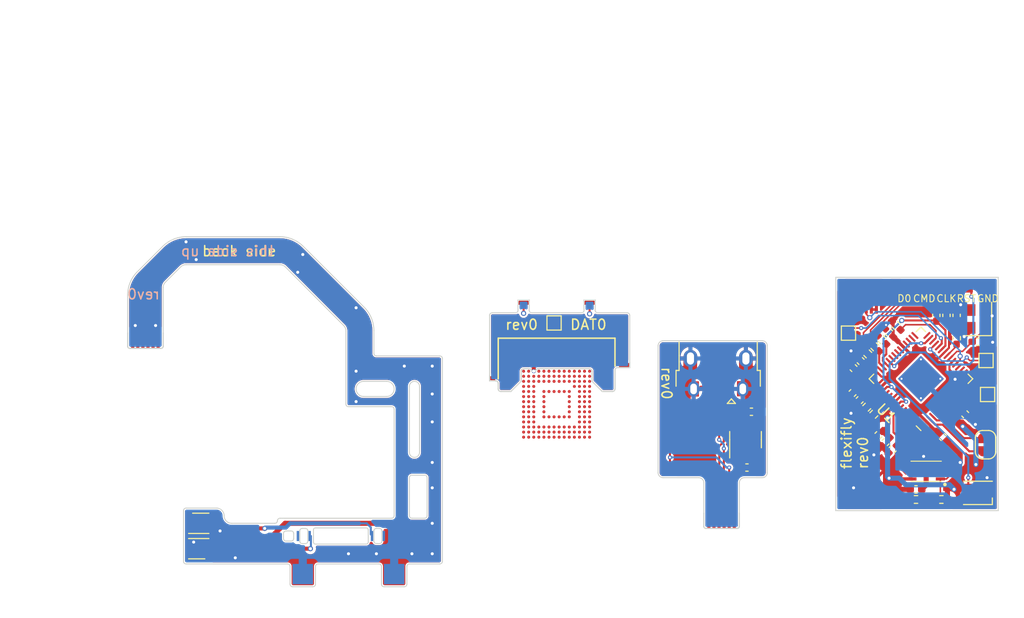
<source format=kicad_pcb>
(kicad_pcb (version 20221018) (generator pcbnew)

  (general
    (thickness 0.115)
  )

  (paper "A4")
  (layers
    (0 "F.Cu" signal)
    (31 "B.Cu" signal)
    (32 "B.Adhes" user "B.Adhesive")
    (33 "F.Adhes" user "F.Adhesive")
    (34 "B.Paste" user)
    (35 "F.Paste" user)
    (36 "B.SilkS" user "B.Silkscreen")
    (37 "F.SilkS" user "F.Silkscreen")
    (38 "B.Mask" user)
    (39 "F.Mask" user)
    (40 "Dwgs.User" user "User.Drawings")
    (41 "Cmts.User" user "User.Comments")
    (42 "Eco1.User" user "User.Eco1")
    (43 "Eco2.User" user "User.Eco2")
    (44 "Edge.Cuts" user)
    (45 "Margin" user)
    (46 "B.CrtYd" user "B.Courtyard")
    (47 "F.CrtYd" user "F.Courtyard")
    (48 "B.Fab" user)
    (49 "F.Fab" user)
    (50 "User.1" user)
    (51 "User.2" user)
    (52 "User.3" user)
    (53 "User.4" user)
    (54 "User.5" user)
    (55 "User.6" user)
    (56 "User.7" user)
    (57 "User.8" user)
    (58 "User.9" user)
  )

  (setup
    (stackup
      (layer "F.SilkS" (type "Top Silk Screen"))
      (layer "F.Paste" (type "Top Solder Paste"))
      (layer "F.Mask" (type "Top Solder Mask") (thickness 0.01))
      (layer "F.Cu" (type "copper") (thickness 0.035))
      (layer "dielectric 1" (type "core") (color "Polyimide") (thickness 0.025) (material "Polyimide") (epsilon_r 3.2) (loss_tangent 0.004))
      (layer "B.Cu" (type "copper") (thickness 0.035))
      (layer "B.Mask" (type "Bottom Solder Mask") (thickness 0.01))
      (layer "B.Paste" (type "Bottom Solder Paste"))
      (layer "B.SilkS" (type "Bottom Silk Screen"))
      (copper_finish "None")
      (dielectric_constraints no)
    )
    (pad_to_mask_clearance 0)
    (pcbplotparams
      (layerselection 0x00010fc_ffffffff)
      (plot_on_all_layers_selection 0x0000000_00000000)
      (disableapertmacros false)
      (usegerberextensions false)
      (usegerberattributes true)
      (usegerberadvancedattributes true)
      (creategerberjobfile true)
      (dashed_line_dash_ratio 12.000000)
      (dashed_line_gap_ratio 3.000000)
      (svgprecision 4)
      (plotframeref false)
      (viasonmask false)
      (mode 1)
      (useauxorigin false)
      (hpglpennumber 1)
      (hpglpenspeed 20)
      (hpglpendiameter 15.000000)
      (dxfpolygonmode true)
      (dxfimperialunits true)
      (dxfusepcbnewfont true)
      (psnegative false)
      (psa4output false)
      (plotreference true)
      (plotvalue true)
      (plotinvisibletext false)
      (sketchpadsonfab false)
      (subtractmaskfromsilk false)
      (outputformat 1)
      (mirror false)
      (drillshape 1)
      (scaleselection 1)
      (outputdirectory "")
    )
  )

  (net 0 "")
  (net 1 "+3V3")
  (net 2 "GND")
  (net 3 "/XIN")
  (net 4 "Net-(C3-Pad2)")
  (net 5 "+1V1")
  (net 6 "GND1")
  (net 7 "VBUS")
  (net 8 "/STATUS_LED")
  (net 9 "Net-(J6-Pin_3)")
  (net 10 "GND2")
  (net 11 "/QSPI_~{CS}")
  (net 12 "/~{USB_BOOT}")
  (net 13 "/XOUT")
  (net 14 "/USB_DP")
  (net 15 "/DP")
  (net 16 "/NX_CLK")
  (net 17 "Net-(U1-GPIO27_ADC1)")
  (net 18 "/NX_CMD")
  (net 19 "Net-(U1-GPIO28_ADC2)")
  (net 20 "/NX_D0")
  (net 21 "Net-(U1-GPIO29_ADC3)")
  (net 22 "/RP2040_~{USB_BOOT}")
  (net 23 "/TRAINING_RESET_A")
  (net 24 "/TRAINING_RESET_B")
  (net 25 "unconnected-(U1-GPIO2-Pad4)")
  (net 26 "unconnected-(U1-GPIO3-Pad5)")
  (net 27 "unconnected-(U1-GPIO4-Pad6)")
  (net 28 "unconnected-(U1-GPIO5-Pad7)")
  (net 29 "unconnected-(U1-GPIO6-Pad8)")
  (net 30 "unconnected-(U1-GPIO7-Pad9)")
  (net 31 "unconnected-(U1-GPIO8-Pad11)")
  (net 32 "unconnected-(U1-GPIO9-Pad12)")
  (net 33 "unconnected-(U1-GPIO10-Pad13)")
  (net 34 "unconnected-(U1-GPIO11-Pad14)")
  (net 35 "unconnected-(U1-GPIO12-Pad15)")
  (net 36 "unconnected-(U1-GPIO13-Pad16)")
  (net 37 "unconnected-(U1-GPIO14-Pad17)")
  (net 38 "/NX_CPU")
  (net 39 "/SWCLK")
  (net 40 "/SWD")
  (net 41 "/RUN")
  (net 42 "unconnected-(U1-GPIO17-Pad28)")
  (net 43 "unconnected-(U1-GPIO18-Pad29)")
  (net 44 "unconnected-(U1-GPIO19-Pad30)")
  (net 45 "unconnected-(U1-GPIO20-Pad31)")
  (net 46 "unconnected-(U1-GPIO21-Pad32)")
  (net 47 "unconnected-(U1-GPIO22-Pad34)")
  (net 48 "unconnected-(U1-GPIO23-Pad35)")
  (net 49 "unconnected-(U1-GPIO24-Pad36)")
  (net 50 "unconnected-(U1-GPIO25-Pad37)")
  (net 51 "/NX_RST")
  (net 52 "/QSPI_SD3")
  (net 53 "/QSPI_CLK")
  (net 54 "/QSPI_SD0")
  (net 55 "/QSPI_SD2")
  (net 56 "/QSPI_SD1")
  (net 57 "/D+")
  (net 58 "/D-")
  (net 59 "Net-(C16-Pad1)")
  (net 60 "Net-(C15-Pad1)")
  (net 61 "/DAT0")
  (net 62 "unconnected-(J3-ID-Pad4)")
  (net 63 "/USB_DN")
  (net 64 "/DN")
  (net 65 "unconnected-(C15-Pad2)")
  (net 66 "unconnected-(C16-Pad2)")
  (net 67 "unconnected-(J2-Pin_1-Pad1)")
  (net 68 "unconnected-(J2-Pin_2-Pad2)")
  (net 69 "unconnected-(J2-Pin_5-Pad5)")
  (net 70 "unconnected-(J2-Pin_6-Pad6)")
  (net 71 "unconnected-(D1-DOUT-Pad1)")

  (footprint "TestPoint:TestPoint_Pad_1.0x1.0mm" (layer "F.Cu") (at 167.25 52.5))

  (footprint "Capacitor_SMD:C_0402_1005Metric_Pad0.74x0.62mm_HandSolder" (layer "F.Cu") (at 178.75 60.5 135))

  (footprint "Capacitor_SMD:C_0402_1005Metric_Pad0.74x0.62mm_HandSolder" (layer "F.Cu") (at 168.35 59.1 45))

  (footprint "Capacitor_SMD:C_0402_1005Metric_Pad0.74x0.62mm_HandSolder" (layer "F.Cu") (at 177.9 50.75 -90))

  (footprint "Resistor_SMD:R_0402_1005Metric_Pad0.72x0.64mm_HandSolder" (layer "F.Cu") (at 171.95 51.75 -45))

  (footprint "TestPoint:TestPoint_Pad_1.0x1.0mm" (layer "F.Cu") (at 138.25 51.5))

  (footprint "Capacitor_SMD:C_0402_1005Metric_Pad0.74x0.62mm_HandSolder" (layer "F.Cu") (at 175.9 50.75 -90))

  (footprint "flexifly:FPC_1x06_P0.50mm" (layer "F.Cu") (at 154.75 71 180))

  (footprint "TestPoint:TestPoint_Pad_1.0x1.0mm" (layer "F.Cu") (at 177 48))

  (footprint "TestPoint:TestPoint_Pad_1.0x1.0mm" (layer "F.Cu") (at 181 48))

  (footprint "TestPoint:TestPoint_Pad_1.0x1.0mm" (layer "F.Cu") (at 180.8 55.2))

  (footprint "flexifly:HCTL_HC-FPC-05-09-6RLTAG_1x06-1MP_P0.50mm_Horizontal" (layer "F.Cu") (at 168.75 47.275 180))

  (footprint "flexifly:dat0_adapter" (layer "F.Cu") (at 138.5 56))

  (footprint "TestPoint:TestPoint_Pad_1.0x1.0mm" (layer "F.Cu") (at 179 48))

  (footprint "Capacitor_SMD:C_0402_1005Metric_Pad0.74x0.62mm_HandSolder" (layer "F.Cu") (at 171.6 63.95 45))

  (footprint "Crystal:Crystal_SMD_2520-4Pin_2.5x2.0mm" (layer "F.Cu") (at 179.95 51.1 90))

  (footprint "Capacitor_SMD:C_0402_1005Metric_Pad0.74x0.62mm_HandSolder" (layer "F.Cu") (at 170.2 62.55 45))

  (footprint "flexifly:FBGA_153_P0.50mm" (layer "F.Cu") (at 138.5 59.505))

  (footprint "Resistor_SMD:R_0402_1005Metric_Pad0.72x0.64mm_HandSolder" (layer "F.Cu") (at 169.75 60.5 45))

  (footprint "Capacitor_SMD:C_0402_1005Metric_Pad0.74x0.62mm_HandSolder" (layer "F.Cu") (at 176.55 62.75 135))

  (footprint "Capacitor_SMD:C_0402_1005Metric_Pad0.74x0.62mm_HandSolder" (layer "F.Cu") (at 157.25 65.75 180))

  (footprint "flexifly:W25QxxxxUXxx" (layer "F.Cu") (at 174.9 66.125))

  (footprint "Capacitor_SMD:C_0402_1005Metric_Pad0.74x0.62mm_HandSolder" (layer "F.Cu") (at 176.9 50.75 -90))

  (footprint "TestPoint:TestPoint_Pad_1.0x1.0mm" (layer "F.Cu") (at 180.95 58.55))

  (footprint "TestPoint:TestPoint_Pad_1.0x1.0mm" (layer "F.Cu") (at 175 48))

  (footprint "Capacitor_SMD:C_0402_1005Metric_Pad0.74x0.62mm_HandSolder" (layer "F.Cu") (at 171.25 52.45 -45))

  (footprint "Capacitor_SMD:C_0402_1005Metric_Pad0.74x0.62mm_HandSolder" (layer "F.Cu") (at 157.69 60.25))

  (footprint "TestPoint:TestPoint_Pad_1.0x1.0mm" (layer "F.Cu") (at 173 48))

  (footprint "flexifly:MicroFET_2x2" (layer "F.Cu") (at 103.25 73.75 90))

  (footprint "flexifly:Conn_BGA_shim" (layer "F.Cu") (at 136.25 56.25))

  (footprint "flexifly:SW_SPST_XKB_1187A-B-A-B" (layer "F.Cu") (at 151.54 62.935 -90))

  (footprint "Capacitor_SMD:C_0402_1005Metric_Pad0.74x0.62mm_HandSolder" (layer "F.Cu") (at 168.45 55.25 -45))

  (footprint "Jumper:SolderJumper-2_P1.3mm_Open_RoundedPad1.0x1.5mm" (layer "F.Cu") (at 180.75 63.5 -90))

  (footprint "Package_TO_SOT_SMD:SOT-23-3" (layer "F.Cu") (at 157.11 63 90))

  (footprint "Capacitor_SMD:C_0402_1005Metric_Pad0.74x0.62mm_HandSolder" (layer "F.Cu") (at 167.75 55.95 -45))

  (footprint "Capacitor_SMD:C_0402_1005Metric_Pad0.74x0.62mm_HandSolder" (layer "F.Cu") (at 180 53.35 180))

  (footprint "flexifly:MicroFET_2x2" (layer "F.Cu") (at 103.25 71.25 -90))

  (footprint "Resistor_SMD:R_0402_1005Metric_Pad0.72x0.64mm_HandSolder" (layer "F.Cu") (at 176.4 68.9 180))

  (footprint "flexifly:FPC_1x06_P0.50mm" (layer "F.Cu") (at 98 53.25 180))

  (footprint "LED_SMD:LED_WS2812B-2020_PLCC4_2.0x2.0mm" (layer "F.Cu") (at 180 68.25 180))

  (footprint "Capacitor_SMD:C_0402_1005Metric_Pad0.74x0.62mm_HandSolder" (layer "F.Cu") (at 170.9 63.25 45))

  (footprint "Capacitor_SMD:C_0402_1005Metric_Pad0.74x0.62mm_HandSolder" (layer "F.Cu") (at 173.9 67.9))

  (footprint "Capacitor_SMD:C_0402_1005Metric_Pad0.74x0.62mm_HandSolder" (layer "F.Cu") (at 167.65 58.4 -135))

  (footprint "Resistor_SMD:R_0402_1005Metric_Pad0.72x0.64mm_HandSolder" (layer "F.Cu") (at 173.9 68.9))

  (footprint "Resistor_SMD:R_0402_1005Metric_Pad0.72x0.64mm_HandSolder" (layer "F.Cu") (at 169.05 59.8 -135))

  (footprint "Connector_USB:USB_Micro-B_Amphenol_10103594-0001LF_Horizontal" (layer "F.Cu") (at 154.39 56.115 180))

  (footprint "Resistor_SMD:R_0402_1005Metric_Pad0.72x0.64mm_HandSolder" (layer "F.Cu") (at 170.55 53.15 -45))

  (footprint "Package_DFN_QFN:QFN-56-1EP_7x7mm_P0.4mm_EP3.2x3.2mm_ThermalVias" (layer "F.Cu")
    (tstamp e7f45774-d08a-4f03-8d66-d1688242d6b9)
    (at 174.384996 57 135)
    (descr "QFN, 56 Pin (https://datasheets.raspberrypi.com/rp2040/rp2040-datasheet.pdf#page=634), generated with kicad-footprint-generator ipc_noLead_generator.py")
    (tags "QFN NoLead")
    (property "LCSC" "C2040")
    (property "Sheetfile" "flexifly.kicad_sch")
    (property "Sheetname" "")
    (property "ki_description" "A microcontroller by Raspberry Pi")
    (property "ki_keywords" "RP2040 ARM Cortex-M0+ USB")
    (path "/dd501b88-a2a4-4a49-a466-47c7802fc005")
    (attr smd)
    (fp_text reference "U1" (at 0 -4.82 135) (layer "F.SilkS")
        (effects (font (size 1 1) (thickness 0.15)))
      (tstamp 16851bc1-8edd-4b5f-a9d7-54140a207225)
    )
    (fp_text value "RP2040" (at 0 4.82 135) (layer "F.Fab")
        (effects (font (size 1 1) (thickness 0.15)))
      (tstamp bdee8bb5-6f30-4228-a8c7-b5f1901765f5)
    )
    (fp_text user "${REFERENCE}" (at 0 0 135) (layer "F.Fab")
        (effects (font (size 1 1) (thickness 0.15)))
      (tstamp c083019f-9518-4c11-acd0-8ade8c2fea98)
    )
    (fp_line (start -3.61 3.61) (end -3.61 2.96)
      (stroke (width 0.12) (type solid)) (layer "F.SilkS") (tstamp 617609e6-7c4b-4aea-b3aa-df4b03d7097b))
    (fp_line (start -2.96 -3.61) (end -3.61 -3.61)
      (stroke (width 0.12) (type solid)) (layer "F.SilkS") (tstamp 36722bd8-fa4a-4de6-a760-3b93778496b7))
    (fp_line (start -2.96 3.61) (end -3.61 3.61)
      (stroke (width 0.12) (type solid)) (layer "F.SilkS") (tstamp 08fa1ee6-f534-4f22-b382-fd26f17343b3))
    (fp_line (start 2.96 -3.61) (end 3.61 -3.61)
      (stroke (width 0.12) (type solid)) (layer "F.SilkS") (tstamp b92c6181-1e6c-4e69-a063-07179bafd2df))
    (fp_line (start 2.96 3.61) (end 3.61 3.61)
      (stroke (width 0.12) (type solid)) (layer "F.SilkS") (tstamp c551fe3a-5ac7-470e-96d4-4ca4e3172996))
    (fp_line (start 3.61 -3.61) (end 3.61 -2.96)
      (stroke (width 0.12) (type solid)) (layer "F.SilkS") (tstamp baf9943f-d475-4ae6-9d00-81823f35fc32))
    (fp_line (start 3.61 3.61) (end 3.61 2.96)
      (stroke (width 0.12) (type solid)) (layer "F.SilkS") (tstamp dfe0fc3c-f903-4147-a89e-ee57eabebd99))
    (fp_line (start -4.12 -4.12) (end -4.12 4.12)
      (stroke (width 0.05) (type solid)) (layer "F.CrtYd") (tstamp 76e885ec-c526-41df-8e8a-2891204e6042))
    (fp_line (start -4.12 4.12) (end 4.12 4.12)
      (stroke (width 0.05) (type solid)) (layer "F.CrtYd") (tstamp 0ee9c7be-ec50-46a1-9842-7112c018361e))
    (fp_line (start 4.12 -4.12) (end -4.12 -4.12)
      (stroke (width 0.05) (type solid)) (layer "F.CrtYd") (tstamp 8eaf322f-b389-403c-82e8-7be832db8046))
    (fp_line (start 4.12 4.12) (end 4.12 -4.12)
      (stroke (width 0.05) (type solid)) (layer "F.CrtYd") (tstamp 980592c3-f607-4f3d-b92f-f6da472b7169))
    (fp_line (start -3.5 -2.5) (end -2.5 -3.5)
      (stroke (width 0.1) (type solid)) (layer "F.Fab") (tstamp d3b1a5e9-1e97-413b-a857-e9e8b2193e56))
    (fp_line (start -3.5 3.5) (end -3.5 -2.5)
      (stroke (width 0.1) (type solid)) (layer "F.Fab") (tstamp 918b1f4a-2337-4352-8121-82375de55a89))
    (fp_line (start -2.5 -3.5) (end 3.5 -3.5)
      (stroke (width 0.1) (type solid)) (layer "F.Fab") (tstamp e2ea371a-4209-4f00-84af-ee8d44dd4720))
    (fp_line (start 3.5 -3.5) (end 3.5 3.5)
      (stroke (width 0.1) (type solid)) (layer "F.Fab") (tstamp 80369277-5b83-44c1-a275-0eca0b62c504))
    (fp_line (start 3.5 3.5) (end -3.5 3.5)
      (stroke (width 0.1) (type solid)) (layer "F.Fab") (tstamp d17b8be0-b8d9-4ee6-acb1-7fc77784c384))
    (pad "" smd custom (at -0.675 -0.675 135) (size 1.117593 1.117593) (layers "F.Paste")
      (thermal_bridge_angle 45)
      (options (clearance outline) (anchor circle))
      (primitives
        (gr_poly
          (pts
            (xy -0.497915 -0.397045)
            (xy -0.397045 -0.497915)
            (xy 0.497915 -0.497915)
            (xy 0.497915 0.497915)
            (xy -0.497915 0.497915)
          )
          (width 0.243524) (fill yes))
      ) (tstamp 27d50fd7-afd0-46d5-a9f3-165ca11a1d86))
    (pad "" smd custom (at -0.675 0.675 135) (size 1.117593 1.117593) (layers "F.Paste")
      (thermal_bridge_angle 45)
      (options (clearance outline) (anchor circle))
      (primitives
        (gr_poly
          (pts
            (xy -0.497915 -0.497915)
            (xy 0.497915 -0.497915)
            (xy 0.497915 0.497915)
            (xy -0.397045 0.497915)
            (xy -0.497915 0.397045)
          )
          (width 0.243524) (fill yes))
      ) (tstamp c0f78abc-7e0b-411e-808f-93368360b053))
    (pad "" smd custom (at 0.675 -0.675 135) (size 1.117593 1.117593) (layers "F.Paste")
      (thermal_bridge_angle 45)
      (options (clearance outline) (anchor circle))
      (primitives
        (gr_poly
          (pts
            (xy -0.497915 -0.497915)
            (xy 0.397045 -0.497915)
            (xy 0.497915 -0.397045)
            (xy 0.497915 0.497915)
            (xy -0.497915 0.497915)
          )
          (width 0.243524) (fill yes))
      ) (tstamp c4ad51d8-9c75-4b80-a569-c8995e4b297a))
    (pad "" smd custom (at 0.675 0.675 135) (size 1.117593 1.117593) (layers "F.Paste")
      (thermal_bridge_angle 45)
      (options (clearance outline) (anchor circle))
      (primitives
        (gr_poly
          (pts
            (xy -0.497915 -0.497915)
            (xy 0.497915 -0.497915)
            (xy 0.497915 0.397045)
            (xy 0.397045 0.497915)
            (xy -0.497915 0.497915)
          )
          (width 0.243524) (fill yes))
      ) (tstamp 731ef6bf-fd8f-4260-810e-b7b97ff1d2ae))
    (pad "1" smd roundrect (at -3.4375 -2.6 135) (size 0.875 0.2) (layers "F.Cu" "F.Paste" "F.Mask") (roundrect_rratio 0.25)
      (net 1 "+3V3") (pinfunction "IOVDD") (pintype "power_in") (tstamp 080d6d63-791e-4649-ac73-0eb95119826e))
    (pad "2" smd roundrect (at -3.4375 -2.2 135) (size 0.875 0.2) (layers "F.Cu" "F.Paste" "F.Mask") (roundrect_rratio 0.25)
      (net 23 "/TRAINING_RESET_A") (pinfunction "GPIO0") (pintype "bidirectional") (tstamp bb6150b4-04b0-41f0-bf27-494632bcbdcd))
    (pad "3" smd roundrect (at -3.4375 -1.8 135) (size 0.875 0.2) (layers "F.Cu" "F.Paste" "F.Mask") (roundrect_rratio 0.25)
      (net 24 "/TRAINING_RESET_B") (pinfunction "GPIO1") (pintype "bidirectional") (tstamp 4b0f92cf-b8a1-4efd-ab8f-5baac023a5b3))
    (pad "4" smd roundrect (at -3.4375 -1.4 135) (size 0.875 0.2) (layers "F.Cu" "F.Paste" "F.Mask") (roundrect_rratio 0.25)
      (net 25 "unconnected-(U1-GPIO2-Pad4)") (pinfunction "GPIO2") (pintype "bidirectional+no_connect") (tstamp 9429a5be-167e-491b-9671-a33f777a62a3))
    (pad "5" smd roundrect (at -3.4375 -1 135) (size 0.875 0.2) (layers "F.Cu" "F.Paste" "F.Mask") (roundrect_rratio 0.25)
      (net 26 "unconnected-(U1-GPIO3-Pad5)") (pinfunction "GPIO3") (pintype "bidirectional+no_connect") (tstamp d66a9518-794b-4217-9df3-e355ae892b51))
    (pad "6" smd roundrect (at -3.4375 -0.6 135) (size 0.875 0.2) (layers "F.Cu" "F.Paste" "F.Mask") (roundrect_rratio 0.25)
      (net 27 "unconnected-(U1-GPIO4-Pad6)") (pinfunction "GPIO4") (pintype "bidirectional+no_connect") (tstamp b95ebbe2-3261-45af-a170-40a355a55840))
    (pad "7" smd roundrect (at -3.4375 -0.2 135) (size 0.875 0.2) (layers "F.Cu" "F.Paste" "F.Mask") (roundrect_rratio 0.25)
      (net 28 "unconnected-(U1-GPIO5-Pad7)") (pinfunction "GPIO5") (pintype "bidirectional+no_connect") (tstamp 5d0b601b-e682-4057-ba16-74dd84f88bf2))
    (pad "8" smd roundrect (at -3.4375 0.2 135) (size 0.875 0.2) (layers "F.Cu" "F.Paste" "F.Mask") (roundrect_rratio 0.25)
      (net 29 "unconnected-(U1-GPIO6-Pad8)") (pinfunction "GPIO6") (pintype "bidirectional+no_connect") (tstamp b7963a5e-6f40-48ff-8d8a-10cb416f48d3))
    (pad "9" smd roundrect (at -3.4375 0.6 135) (size 0.875 0.2) (layers "F.Cu" "F.Paste" "F.Mask") (roundrect_rratio 0.25)
      (net 30 "unconnected-(U1-GPIO7-Pad9)") (pinfunction "GPIO7") (pintype "bidirectional+no_connect") (tstamp 2c439d8f-68c9-4b49-a875-09a15a42a2bb))
    (pad "10" smd roundrect (at -3.4375 1 135) (size 0.875 0.2) (layers "F.Cu" "F.Paste" "F.Mask") (roundrect_rratio 0.25)
      (net 1 "+3V3") (pinfunction "IOVDD") (pintype "passive") (tstamp 2a52e4e9-a5f4-41d0-8c95-aaf5700f52b8))
    (pad "11" smd roundrect (at -3.4375 1.4 135) (size 0.875 0.2) (layers "F.Cu" "F.Paste" "F.Mask") (roundrect_rratio 0.25)
      (net 31 "unconnected-(U1-GPIO8-Pad11)") (pinfunction "GPIO8") (pintype "bidirectional+no_connect") (tstamp 7f0deae2-9de3-445a-9bd7-aad4a96cfc10))
    (pad "12" smd roundrect (at -3.4375 1.8 135) (size 0.875 0.2) (layers "F.Cu" "F.Paste" "F.Mask") (roundrect_rratio 0.25)
      (net 32 "unconnected-(U1-GPIO9-Pad12)") (pinfunction "GPIO9") (pintype "bidirectional+no_connect") (tstamp 1edeb919-e4b7-4391-bddc-b902e675fb28))
    (pad "13" smd roundrect (at -3.4375 2.2 135) (size 0.875 0.2) (layers "F.Cu" "F.Paste" "F.Mask") (roundrect_rratio 0.25)
      (net 33 "unconnected-(U1-GPIO10-Pad13)") (pinfunction "GPIO10") (pintype "bidirectional+no_connect") (tstamp 79ba256a-97f3-4e2d-936c-06385fe8c9e0))
    (pad "14" smd roundrect (at -3.4375 2.6 135) (size 0.875 0.2) (layers "F.Cu" "F.Paste" "F.Mask") (roundrect_rratio 0.25)
      (net 34 "unconnected-(U1-GPIO11-Pad14)") (pinfunction "GPIO11") (pintype "bidirectional+no_connect") (tstamp 2114ec64-6c33-4f6f-bdfc-6f34870d588b))
    (pad "15" smd roundrect (at -2.6 3.4375 135) (size 0.2 0.875) (layers "F.Cu" "F.Paste" "F.Mask") (roundrect_rratio 0.25)
      (net 35 "unconnected-(U1-GPIO12-Pad15)") (pinfunction "GPIO12") (pintype "bidirectional+no_connect") (tstamp 6e7f0819-da60-46e8-8426-eacad9e9ecdd))
    (pad "16" smd roundrect (at -2.2 3.4375 135) (size 0.2 0.875) (layers "F.Cu" "F.Paste" "F.Mask") (roundrect_rratio 0.25)
      (net 36 "unconnected-(U1-GPIO13-Pad16)") (pinfunction "GPIO13") (pintype "bidirectional+no_connect") (tstamp 16ac25a2-df05-4a46-965d-1fc01847de88))
    (pad "17" smd roundrect (at -1.8 3.4375 135) (size 0.2 0.875) (layers "F.Cu" "F.Paste" "F.Mask") (roundrect_rratio 0.25)
      (net 37 "unconnected-(U1-GPIO14-Pad17)") (pinfunction "GPIO14") (pintype "bidirectional+no_connect") (tstamp 1db7fcdd-4da7-4611-abe9-1af0a05a2c39))
    (pad "18" smd roundrect (at -1.4 3.4375 135) (size 0.2 0.875) (layers "F.Cu" "F.Paste" "F.Mask") (roundrect_rratio 0.25)
      (net 38 "/NX_CPU") (pinfunction "GPIO15") (pintype "bidirectional") (tstamp cfb86839-2371-446e-80ca-e9476afaee7c))
    (pad "19" smd roundrect (at -1 3.4375 135) (size 0.2 0.875) (layers "F.Cu" "F.Paste" "F.Mask") (roundrect_rratio 0.25)
      (net 2 "GND") (pinfunction "TESTEN") (pintype "input") (tstamp ab8a1cbc-b321-49a9-aedf-f67deed318e6))
    (pad "20" smd roundrect (at -0.6 3.4375 135) (size 0.2 0.875) (layers "F.Cu" "F.Paste" "F.Mask") (roundrect_rratio 0.25)
      (net 3 "/XIN") (pinfunction "XIN") (pintype "input") (tstamp 3f3244cc-b859-4766-9f49-eb2d2f37342d))
    (pad "21" smd roundrect (at -0.2 3.4375 135) (size 0.2 0.875) (layers "F.Cu" "F.Paste" "F.Mask") (roundrect_rratio 0.25)
      (net 13 "/XOUT") (pinfunction "XOUT") (pintype "passive") (tstamp 427d78b7-2263-422d-b060-3edcb4d4722c))
    (pad "22" smd roundrect (at 0.2 3.4375 135) (size 0.2 0.875) (layers "F.Cu" "F.Paste" "F.Mask") (roundrect_rratio 0.25)
      (net 1 "+3V3") (pinfunction "IOVDD") (pintype "passive") (tstamp e4d14003-523a-4ec3-8c7c-ded5dd9b766b))
    (pad "23" smd roundrect (at 0.6 3.4375 135) (size 0.2 0.875) (layers "F.Cu" "F.Paste" "F.Mask") (roundrect_rratio 0.25)
      (net 5 "+1V1") (pinfunction "DVDD") (pintype "power_in") (tstamp cf5ba3c1-3c06-4c98-a627-a82d6efc6ebd))
    (pad "24" smd roundrect (at 1 3.4375 135) (size 0.2 0.875) (layers "F.Cu" "F.Paste" "F.Mask") (roundrect_rratio 0.25)
      (net 39 "/SWCLK") (pinfunction "SWCLK") (pintype "input") (tstamp 8627ccf5-f5ea-4dd4-abc2-39d0efb40b63))
    (pad "25" smd roundrect (at 1.4 3.4375 135) (size 0.2 0.875) (layers "F.Cu" "F.Paste" "F.Mask") (roundrect_rratio 0.25)
      (net 40 "/SWD") (pinfunction "SWD") (pintype "bidirectional") (tstamp 7f93cd2f-6e59-4b14-bffd-2185a4269af4))
    (pad "26" smd roundrect (at 1.8 3.4375 135) (size 0.2 0.875) (layers "F.Cu" "F.Paste" "F.Mask") (roundrect_rratio 0.25)
      (net 41 "/RUN") (pinfunction "RUN") (pintype "input") (tstamp 72a8f676-917b-4ab2-bcee-32f9c1b6a24f))
    (pad "27" smd roundrect (at 2.2 3.4375 135) (size 0.2 0.875) (layers "F.Cu" "F.Paste" "F.Mask") (roundrect_rratio 0.25)
      (net 8 "/STATUS_LED") (pinfunction "GPIO16") (pintype "bidirectional") (tstamp bfbb732a-21da-43c2-83ef-e16c6a3c3a31))
    (pad "28" smd roundrect (at 2.6 3.4375 135) (size 0.2 0.875) (layers "F.Cu" "F.Paste" "F.Mask") (roundrect_rratio 0.25)
      (net 42 "unconnected-(U1-GPIO17-Pad28)") (pinfunction "GPIO17") (pintype "bidirectional+no_connect") (tstamp 997bc59d-d667-456b-b15c-163a8245693e))
    (pad "29" smd roundrect (at 3.4375 2.6 135) (size 0.875 0.2) (layers "F.Cu" "F.Paste" "F.Mask") (roundrect_rratio 0.25)
      (net 43 "unconnected-(U1-GPIO18-Pad29)") (pinfunction "GPIO18") (pintype "bidirectional+no_connect") (tstamp a2be9a8f-cb45-4dba-9f48-f23462e0af5d))
    (pad "30" smd roundrect (at 3.4375 2.2 135) (size 0.875 0.2) (layers "F.Cu" "F.Paste" "F.Mask") (roundrect_rratio 0.25)
      (net 44 "unconnected-(U1-GPIO19-Pad30)") (pinfunction "GPIO19") (pintype "bidirectional+no_connect") (tstamp 53cbc97f-d0ad-44f9-b866-a723a2a9c11a))
    (pad "31" smd roundrect (at 3.4375 1.8 135) (size 0.875 0.2) (layers "F.Cu" "F.Paste" "F.Mask") (roundrect_rratio 0.25)
      (net 45 "unconnected-(U1-GPIO20-Pad31)") (pinfunction "GPIO20") (pintype "bidirectional+no_connect") (tstamp 5bd5c1e9-7997-403e-9162-5c5432c03f91))
    (pad "32" smd roundrect (at 3.4375 1.4 135) (size 0.875 0.2) (layers "F.Cu" "F.Paste" "F.Mask") (roundrect_rratio 0.25)
      (net 46 "unconnected-(U1-GPIO21-Pad32)") (pinfunction "GPIO21") (pintype "bidirectional+no_connect") (tstamp 5a1c1d56-0d55-47ad-9436-93ac1f467dc2))
    (pad "33" smd roundrect (at 3.4375 1 135) (size 0.875 0.2) (layers "F.Cu" "F.Paste" "F.Mask") (roundrect_rratio 0.25)
      (net 1 "+3V3") (pinfunction "IOVDD") (pintype "passive") (tstamp 334141c7-b9fd-43db-bb91-587ef4c2debe))
    (pad "34" smd roundrect (at 3.4375 0.6 135) (size 0.875 0.2) (layers "F.Cu" "F.Paste" "F.Mask") (roundrect_rratio 0.25)
      (net 47 "unconnected-(U1-GPIO22-Pad34)") (pinfunction "GPIO22") (pintype "bidirectional+no_connect") (tstamp 8eba69f5-1be4-4253-bc39-0a6adbbc25a4))
    (pad "35" smd roundrect (at 3.4375 0.2 135) (size 0.875 0.2) (layers "F.Cu" "F.Paste" "F.Mask") (roundrect_rratio 0.25)
      (net 48 "unconnected-(U1-GPIO23-Pad35)") (pinfunction "GPIO23") (pintype "bidirectional+no_connect") (tstamp 677c5135-6179-4ca9-a24f-0cf786c481dd))
    (pad "36" smd roundrect (at 3.4375 -0.2 135) (size 0.875 0.2) (layers "F.Cu" "F.Paste" "F.Mask") (roundrect_rratio 0.25)
      (net 49 "unconnected-(U1-GPIO24-Pad36)") (pinfunction "GPIO24") (pintype "bidirectional+no_connect") (tstamp f11ac1ee-adf6-4c6c-96f2-c32866500b47))
    (pad "37" smd roundrect (at 3.4375 -0.6 135) (size 0.875 0.2) (layers "F.Cu" "F.Paste" "F.Mask") (roundrect_rratio 0.25)
      (net 50 "unconnected-(U1-GPIO25-Pad37)") (pinfunction "GPIO25") (pintype "bidirectional+no_connect") (tstamp a16f781b-8ae4-4ff5-9464-9dcebc9a8787))
    (pad "38" smd roundrect (at 3.4375 -1 135) (size 0.875 0.2) (layers "F.Cu" "F.Paste" "F.Mask") (roundrect_rratio 0.25)
      (net 51 "/NX_RST") (pinfunction "GPIO26_ADC0") (pintype "bidirectional") (tstamp db9163da-3439-42bf-a233-1eb3859f02f7))
    (pad "39" smd roundrect (at 3.4375 -1.4 135) (size 0.875 0.2) (layers "F.Cu" "F.Paste" "F.Mask") (roundrect_rratio 0.25)
      (net 17 "Net-(U1-GPIO27_ADC1)") (pinfunction "GPIO27_ADC1") (pintype "bidirectional") (tstamp 3241ab0d-2fae-46cc-ae49-3de3da30b70d))
    (pad "40" smd roundrect (at 3.4375 -1.8 135) (size 0.875 0.2) (layers "F.Cu" "F.Paste" "F.Mask") (roundrect_rratio 0.25)
      (net 19 "Net-(U1-GPIO28_ADC2)") (pinfunction "GPIO28_ADC2") (pintype "bidirectional") (tstamp 8d5f41c3-748f-46a6-8c51-5e78004b5c5e))
    (pad "41" smd roundrect (at 3.4375 -2.2 135) (size 0.875 0.2) (layers "F.Cu" "F.Paste" "F.Mask") (roundrect_rratio 0.25)
      (net 21 "Net-(U1-GPIO29_ADC3)") (pinfunction "GPIO29_ADC3") (pintype "bidirectional") (tstamp d145ff56-10e0-4537-b4ea-96250f597cad))
    (pad "42" smd roundrect (at 3.4375 -2.6 135) (size 0.875 0.2) (layers "F.Cu" "F.Paste" "F.Mask") (roundrect_rratio 0.25)
      (net 1 "+3V3") (pinfunction "IOVDD") (pintype "passive") (tstamp 56f2272d-12f7-4608-92ea-45008e04232c))
    (pad "43" smd roundrect (at 2.6 -3.4375 135) (size 0.2 0.875) (layers "F.Cu" "F.Paste" "F.Mask") (roundrect_rratio 0.25)
      (net 1 "+3V3") (pinfunction "ADC_AVDD") (pintype "power_in") (tstamp ed4b7542-a089-4788-8823-3ea0b7cbc2d8))
    (pad "44" smd roundrect (at 2.2 -3.4375 135) (size 0.2 0.875) (layers "F.Cu" "F.Paste" "F.Mask") (roundrect_rratio 0.25)
      (net 1 "+3V3") (pinfunction "VREG_IN") (pintype "power_in") (tstamp da543d68-4b17-4941-a902-4676da84246a))
    (pad "45" smd roundrect (at 1.8 -3.4375 135) (size 0.2 0.875) (layers "F.Cu" "F.Paste" "F.Mask") (roundrect_rratio 0.25)
      (net 5 "+1V1") (pinfunction "VREG_VOUT") (pintype "power_out") (tstamp 1e42c1d0-87e8-44ec-8a9b-141981d1c3ed))
    (pad "46" smd roundrect (at 1.4 -3.4375 135) (size 0.2 0.875) (layers "F.Cu" "F.Paste" "F.Mask") (roundrect_rratio 0.25)
      (net 64 "/DN") (pinfunction "USB_DM") (pintype "bidirectional") (tstamp 1949e17d-9502-45a0-81c5-e02af6a1ca23))
    (pad "47" smd roundrect (at 1 -3.4375 135) (size 0.2 0.875) (layers "F.Cu" "F.Paste" "F.Mask") (roundrect_rratio 0.25)
      (net 15 "/DP") (pinfunction "USB_DP") (pintype "bidirectional") (tstamp 89908879-a997-40e5-b4c6-8e09765cc63b))
    (pad "48" smd roundrect (at 0.6 -3.4375 135) (size 0.2 0.875) (layers "F.Cu" "F.Paste" "F.Mask") (roundrect_rratio 0.25)
      (net 1 "+3V3") (pinfunction "USB_VDD") (pintype "power_in") (tstamp 190d3b29-1aeb-4a51-971e-fcb49f8096ed))
    (pad "49" smd roundrect (at 0.2 -3.4375 135) (size 0.2 0.875) (layers "F.Cu" "F.Paste" "F.Mask") (roundrect_rratio 0.25)
      (net 1 "+3V3") (pinfunction "IOVDD") (pintype "passive") (tstamp 4733d2c0-a3a0-4d27-a75f-da711cd5cb1b))
    (pad "50" smd roundrect (at -0.2 -3.4375 135) (size 0.2 0.875) (layers "F.Cu" "F.Paste" "F.Mask") (roundrect_rratio 0.25)
      (net 5 "+1V1") (pinfunction "DVDD") (pintype "passive") (tstamp 1ea747e0-fd06-4a0a-a007-16fa18339726))
    (pad "51" smd roundrect (at -0.6 -3.4375 135) (size 0.2 0.875) (layers "F.Cu" "F.Paste" "F.Mask") (roundrect_rratio 0.25)
      (net 52 "/QSPI_SD3") (pinfunction "QSPI_SD3") (pintype "bidirectional") (tstamp c4554e9b-c6e4-4701-a53c-b59dfc953c50))
    (pad "52" smd roundrect (at -1 -3.4375 135) (size 0.2 0.875) (layers "F.Cu" "F.Paste" "F.Mask") (roundrect_rratio 0.25)
      (net 53 "/QSPI_CLK") (pinfunction "QSPI_SCLK") (pintype "output") (tstamp 8368dfe2-a2b0-411f-8d02-6610bbbf528d))
    (pad "53" smd roundrect (at -1.4 -3.4375 135) (size 0.2 0.875) (layers "F.Cu" "F.Paste" "F.Mask") (roundrect_rratio 0.25)
      (net 54 "/QSPI_SD0") (pinfunction "QSPI_SD0") (pintype "bidirectional") (tstamp 14e9f487-963d-4af5-a273-2bbdf681918f))
    (pad "54" smd roundrect (at -1.8 -3.4375 135) (size 0.2 0.875) (layers "F.Cu" "F.Paste" "F.Mask") (roundrect_rratio 0.25)
      (net 55 "/QSPI_SD2") (pinfunction "QSPI_SD2") (pintype "bidirectional") (tstamp 5154f2d6-b9b8-4882-8104-5ddf179e9171))
    (pad "55" smd roundrect (at -2.2 -3.4375 135) (size 0.2 0.875) (layers "F.Cu" "F.Paste" "F.Mask") (roundrect_rratio 0.25)
      (net 56 "/QSPI_SD1") (pinfunction "QSPI_SD1") (pintype "bidirectional") (tstamp 22ff1f0a-a6d5-46e2-880e-7563ebe8d538))
    (pad "56" smd roundrect (at -2.6 -3.4375 135) (size 0.2 0.875) (layers "F.Cu" "F.Paste" "F.Mask") (roundrect_rratio 0.25)
      (net 11 "/QSPI_~{CS}") (pinfunction "QSPI_SS") (pintype "bidirectional") (tstamp dc10ad8f-9ad8-4f65-a658-9c0aa8300638))
    (pad "57" thru_hole circle (at -1.35 -1.35 135) (size 0.5 0.5) (drill 0.2) (layers "*.Cu")
      (net 2 "GND") (pinfunction "GND") (pintype "power_in") (tstamp fd0f6e56-1831-4c76-97ad-b2ee277550eb))
    (pad "57" thru_hole circle (at -1.35 1.35 135) (size 0.5 0.5) (drill 0.2) (layers "*.Cu")
      (net 2 "GND") (pinfun
... [372279 chars truncated]
</source>
